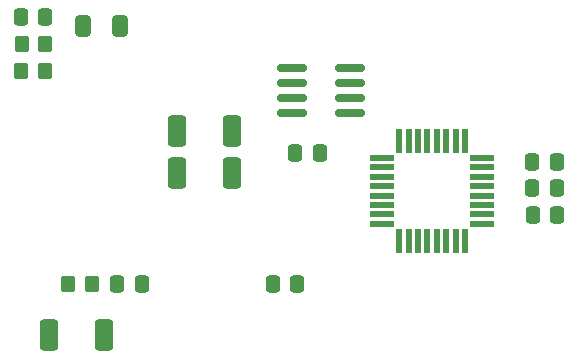
<source format=gbr>
%TF.GenerationSoftware,KiCad,Pcbnew,7.0.7*%
%TF.CreationDate,2024-12-30T17:22:27+01:00*%
%TF.ProjectId,Movement5037,4d6f7665-6d65-46e7-9435-3033372e6b69,rev?*%
%TF.SameCoordinates,Original*%
%TF.FileFunction,Paste,Top*%
%TF.FilePolarity,Positive*%
%FSLAX46Y46*%
G04 Gerber Fmt 4.6, Leading zero omitted, Abs format (unit mm)*
G04 Created by KiCad (PCBNEW 7.0.7) date 2024-12-30 17:22:27*
%MOMM*%
%LPD*%
G01*
G04 APERTURE LIST*
G04 Aperture macros list*
%AMRoundRect*
0 Rectangle with rounded corners*
0 $1 Rounding radius*
0 $2 $3 $4 $5 $6 $7 $8 $9 X,Y pos of 4 corners*
0 Add a 4 corners polygon primitive as box body*
4,1,4,$2,$3,$4,$5,$6,$7,$8,$9,$2,$3,0*
0 Add four circle primitives for the rounded corners*
1,1,$1+$1,$2,$3*
1,1,$1+$1,$4,$5*
1,1,$1+$1,$6,$7*
1,1,$1+$1,$8,$9*
0 Add four rect primitives between the rounded corners*
20,1,$1+$1,$2,$3,$4,$5,0*
20,1,$1+$1,$4,$5,$6,$7,0*
20,1,$1+$1,$6,$7,$8,$9,0*
20,1,$1+$1,$8,$9,$2,$3,0*%
G04 Aperture macros list end*
%ADD10RoundRect,0.249999X-0.512501X-1.075001X0.512501X-1.075001X0.512501X1.075001X-0.512501X1.075001X0*%
%ADD11RoundRect,0.250000X-0.412500X-0.650000X0.412500X-0.650000X0.412500X0.650000X-0.412500X0.650000X0*%
%ADD12RoundRect,0.250000X0.337500X0.475000X-0.337500X0.475000X-0.337500X-0.475000X0.337500X-0.475000X0*%
%ADD13RoundRect,0.250000X-0.337500X-0.475000X0.337500X-0.475000X0.337500X0.475000X-0.337500X0.475000X0*%
%ADD14RoundRect,0.150000X-1.100000X-0.150000X1.100000X-0.150000X1.100000X0.150000X-1.100000X0.150000X0*%
%ADD15RoundRect,0.250000X-0.350000X-0.450000X0.350000X-0.450000X0.350000X0.450000X-0.350000X0.450000X0*%
%ADD16R,2.000000X0.550000*%
%ADD17R,0.550000X2.000000*%
G04 APERTURE END LIST*
D10*
%TO.C,D3*%
X81609500Y-74930000D03*
X86284500Y-74930000D03*
%TD*%
D11*
%TO.C,C8*%
X73660000Y-66040000D03*
X76785000Y-66040000D03*
%TD*%
D12*
%TO.C,C2*%
X91821000Y-87884000D03*
X89746000Y-87884000D03*
%TD*%
D13*
%TO.C,C1*%
X76581000Y-87884000D03*
X78656000Y-87884000D03*
%TD*%
%TO.C,C3*%
X68410000Y-65278000D03*
X70485000Y-65278000D03*
%TD*%
%TO.C,C5*%
X111717000Y-79756000D03*
X113792000Y-79756000D03*
%TD*%
D10*
%TO.C,D1*%
X81609500Y-78486000D03*
X86284500Y-78486000D03*
%TD*%
D13*
%TO.C,C7*%
X91672500Y-76835000D03*
X93747500Y-76835000D03*
%TD*%
D14*
%TO.C,U2*%
X91378000Y-69596000D03*
X91378000Y-70866000D03*
X91378000Y-72136000D03*
X91378000Y-73406000D03*
X96328000Y-73406000D03*
X96328000Y-72136000D03*
X96328000Y-70866000D03*
X96328000Y-69596000D03*
%TD*%
D15*
%TO.C,R2*%
X68485000Y-67564000D03*
X70485000Y-67564000D03*
%TD*%
D16*
%TO.C,U3*%
X99001000Y-77210000D03*
X99001000Y-78010000D03*
X99001000Y-78810000D03*
X99001000Y-79610000D03*
X99001000Y-80410000D03*
X99001000Y-81210000D03*
X99001000Y-82010000D03*
X99001000Y-82810000D03*
D17*
X100451000Y-84260000D03*
X101251000Y-84260000D03*
X102051000Y-84260000D03*
X102851000Y-84260000D03*
X103651000Y-84260000D03*
X104451000Y-84260000D03*
X105251000Y-84260000D03*
X106051000Y-84260000D03*
D16*
X107501000Y-82810000D03*
X107501000Y-82010000D03*
X107501000Y-81210000D03*
X107501000Y-80410000D03*
X107501000Y-79610000D03*
X107501000Y-78810000D03*
X107501000Y-78010000D03*
X107501000Y-77210000D03*
D17*
X106051000Y-75760000D03*
X105251000Y-75760000D03*
X104451000Y-75760000D03*
X103651000Y-75760000D03*
X102851000Y-75760000D03*
X102051000Y-75760000D03*
X101251000Y-75760000D03*
X100451000Y-75760000D03*
%TD*%
D10*
%TO.C,D2*%
X70814500Y-92202000D03*
X75489500Y-92202000D03*
%TD*%
D15*
%TO.C,R1*%
X72406000Y-87884000D03*
X74406000Y-87884000D03*
%TD*%
%TO.C,R3*%
X68469000Y-69850000D03*
X70469000Y-69850000D03*
%TD*%
D13*
%TO.C,C6*%
X111760000Y-82042000D03*
X113835000Y-82042000D03*
%TD*%
%TO.C,C4*%
X111717000Y-77597000D03*
X113792000Y-77597000D03*
%TD*%
M02*

</source>
